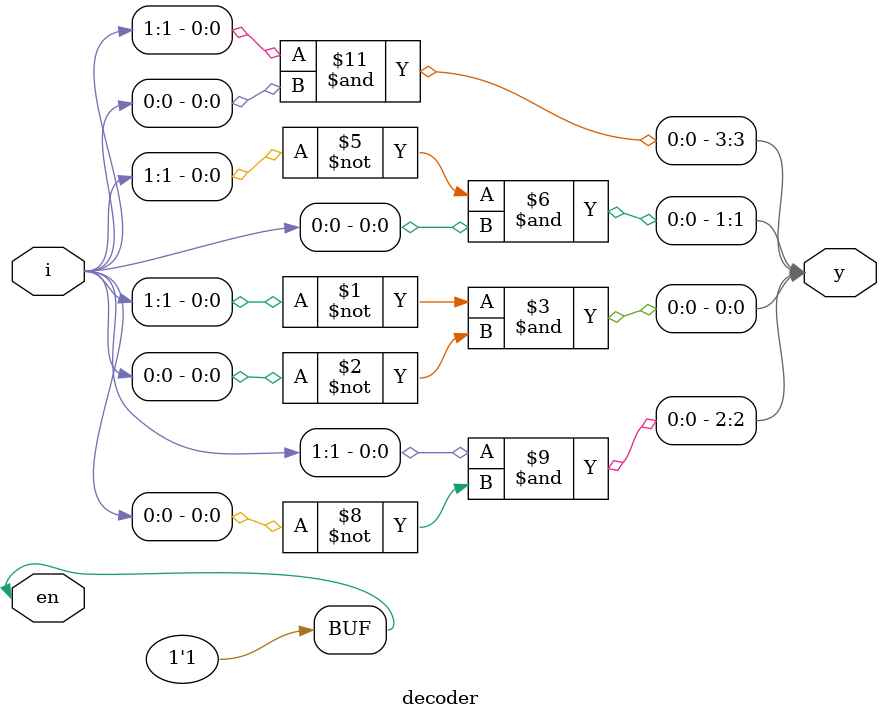
<source format=v>


module decoder(i,y,en);

	//port declarations
	input wire [1:0]i;
	input wire en;
	output wire [3:0]y;
	
	assign en=1'b1;
	assign y[0] = ~i[1]&~i[0]&en;
	assign y[1] = ~i[1]&i[0]&en;
	assign y[2] = i[1]&~i[0]&en;
	assign y[3] = i[1]&i[0]&en;
	
endmodule
	
</source>
